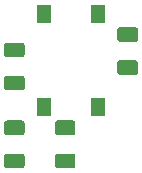
<source format=gbr>
G04 #@! TF.GenerationSoftware,KiCad,Pcbnew,(5.0.1)-4*
G04 #@! TF.CreationDate,2019-02-22T14:36:10+08:00*
G04 #@! TF.ProjectId,Xiaomi2Ali-Smart-Plug-WIFI-Module,5869616F6D6932416C692D536D617274,rev?*
G04 #@! TF.SameCoordinates,Original*
G04 #@! TF.FileFunction,Paste,Top*
G04 #@! TF.FilePolarity,Positive*
%FSLAX46Y46*%
G04 Gerber Fmt 4.6, Leading zero omitted, Abs format (unit mm)*
G04 Created by KiCad (PCBNEW (5.0.1)-4) date 2019/2/22 14:36:10*
%MOMM*%
%LPD*%
G01*
G04 APERTURE LIST*
%ADD10R,1.300000X1.550000*%
%ADD11C,0.100000*%
%ADD12C,1.250000*%
G04 APERTURE END LIST*
D10*
G04 #@! TO.C,SW1*
X136250000Y-80375000D03*
X136250000Y-72425000D03*
X140750000Y-80375000D03*
X140750000Y-72425000D03*
G04 #@! TD*
D11*
G04 #@! TO.C,D1*
G36*
X143949504Y-76376204D02*
X143973773Y-76379804D01*
X143997571Y-76385765D01*
X144020671Y-76394030D01*
X144042849Y-76404520D01*
X144063893Y-76417133D01*
X144083598Y-76431747D01*
X144101777Y-76448223D01*
X144118253Y-76466402D01*
X144132867Y-76486107D01*
X144145480Y-76507151D01*
X144155970Y-76529329D01*
X144164235Y-76552429D01*
X144170196Y-76576227D01*
X144173796Y-76600496D01*
X144175000Y-76625000D01*
X144175000Y-77375000D01*
X144173796Y-77399504D01*
X144170196Y-77423773D01*
X144164235Y-77447571D01*
X144155970Y-77470671D01*
X144145480Y-77492849D01*
X144132867Y-77513893D01*
X144118253Y-77533598D01*
X144101777Y-77551777D01*
X144083598Y-77568253D01*
X144063893Y-77582867D01*
X144042849Y-77595480D01*
X144020671Y-77605970D01*
X143997571Y-77614235D01*
X143973773Y-77620196D01*
X143949504Y-77623796D01*
X143925000Y-77625000D01*
X142675000Y-77625000D01*
X142650496Y-77623796D01*
X142626227Y-77620196D01*
X142602429Y-77614235D01*
X142579329Y-77605970D01*
X142557151Y-77595480D01*
X142536107Y-77582867D01*
X142516402Y-77568253D01*
X142498223Y-77551777D01*
X142481747Y-77533598D01*
X142467133Y-77513893D01*
X142454520Y-77492849D01*
X142444030Y-77470671D01*
X142435765Y-77447571D01*
X142429804Y-77423773D01*
X142426204Y-77399504D01*
X142425000Y-77375000D01*
X142425000Y-76625000D01*
X142426204Y-76600496D01*
X142429804Y-76576227D01*
X142435765Y-76552429D01*
X142444030Y-76529329D01*
X142454520Y-76507151D01*
X142467133Y-76486107D01*
X142481747Y-76466402D01*
X142498223Y-76448223D01*
X142516402Y-76431747D01*
X142536107Y-76417133D01*
X142557151Y-76404520D01*
X142579329Y-76394030D01*
X142602429Y-76385765D01*
X142626227Y-76379804D01*
X142650496Y-76376204D01*
X142675000Y-76375000D01*
X143925000Y-76375000D01*
X143949504Y-76376204D01*
X143949504Y-76376204D01*
G37*
D12*
X143300000Y-77000000D03*
D11*
G36*
X143949504Y-73576204D02*
X143973773Y-73579804D01*
X143997571Y-73585765D01*
X144020671Y-73594030D01*
X144042849Y-73604520D01*
X144063893Y-73617133D01*
X144083598Y-73631747D01*
X144101777Y-73648223D01*
X144118253Y-73666402D01*
X144132867Y-73686107D01*
X144145480Y-73707151D01*
X144155970Y-73729329D01*
X144164235Y-73752429D01*
X144170196Y-73776227D01*
X144173796Y-73800496D01*
X144175000Y-73825000D01*
X144175000Y-74575000D01*
X144173796Y-74599504D01*
X144170196Y-74623773D01*
X144164235Y-74647571D01*
X144155970Y-74670671D01*
X144145480Y-74692849D01*
X144132867Y-74713893D01*
X144118253Y-74733598D01*
X144101777Y-74751777D01*
X144083598Y-74768253D01*
X144063893Y-74782867D01*
X144042849Y-74795480D01*
X144020671Y-74805970D01*
X143997571Y-74814235D01*
X143973773Y-74820196D01*
X143949504Y-74823796D01*
X143925000Y-74825000D01*
X142675000Y-74825000D01*
X142650496Y-74823796D01*
X142626227Y-74820196D01*
X142602429Y-74814235D01*
X142579329Y-74805970D01*
X142557151Y-74795480D01*
X142536107Y-74782867D01*
X142516402Y-74768253D01*
X142498223Y-74751777D01*
X142481747Y-74733598D01*
X142467133Y-74713893D01*
X142454520Y-74692849D01*
X142444030Y-74670671D01*
X142435765Y-74647571D01*
X142429804Y-74623773D01*
X142426204Y-74599504D01*
X142425000Y-74575000D01*
X142425000Y-73825000D01*
X142426204Y-73800496D01*
X142429804Y-73776227D01*
X142435765Y-73752429D01*
X142444030Y-73729329D01*
X142454520Y-73707151D01*
X142467133Y-73686107D01*
X142481747Y-73666402D01*
X142498223Y-73648223D01*
X142516402Y-73631747D01*
X142536107Y-73617133D01*
X142557151Y-73604520D01*
X142579329Y-73594030D01*
X142602429Y-73585765D01*
X142626227Y-73579804D01*
X142650496Y-73576204D01*
X142675000Y-73575000D01*
X143925000Y-73575000D01*
X143949504Y-73576204D01*
X143949504Y-73576204D01*
G37*
D12*
X143300000Y-74200000D03*
G04 #@! TD*
D11*
G04 #@! TO.C,D2*
G36*
X134349504Y-74876204D02*
X134373773Y-74879804D01*
X134397571Y-74885765D01*
X134420671Y-74894030D01*
X134442849Y-74904520D01*
X134463893Y-74917133D01*
X134483598Y-74931747D01*
X134501777Y-74948223D01*
X134518253Y-74966402D01*
X134532867Y-74986107D01*
X134545480Y-75007151D01*
X134555970Y-75029329D01*
X134564235Y-75052429D01*
X134570196Y-75076227D01*
X134573796Y-75100496D01*
X134575000Y-75125000D01*
X134575000Y-75875000D01*
X134573796Y-75899504D01*
X134570196Y-75923773D01*
X134564235Y-75947571D01*
X134555970Y-75970671D01*
X134545480Y-75992849D01*
X134532867Y-76013893D01*
X134518253Y-76033598D01*
X134501777Y-76051777D01*
X134483598Y-76068253D01*
X134463893Y-76082867D01*
X134442849Y-76095480D01*
X134420671Y-76105970D01*
X134397571Y-76114235D01*
X134373773Y-76120196D01*
X134349504Y-76123796D01*
X134325000Y-76125000D01*
X133075000Y-76125000D01*
X133050496Y-76123796D01*
X133026227Y-76120196D01*
X133002429Y-76114235D01*
X132979329Y-76105970D01*
X132957151Y-76095480D01*
X132936107Y-76082867D01*
X132916402Y-76068253D01*
X132898223Y-76051777D01*
X132881747Y-76033598D01*
X132867133Y-76013893D01*
X132854520Y-75992849D01*
X132844030Y-75970671D01*
X132835765Y-75947571D01*
X132829804Y-75923773D01*
X132826204Y-75899504D01*
X132825000Y-75875000D01*
X132825000Y-75125000D01*
X132826204Y-75100496D01*
X132829804Y-75076227D01*
X132835765Y-75052429D01*
X132844030Y-75029329D01*
X132854520Y-75007151D01*
X132867133Y-74986107D01*
X132881747Y-74966402D01*
X132898223Y-74948223D01*
X132916402Y-74931747D01*
X132936107Y-74917133D01*
X132957151Y-74904520D01*
X132979329Y-74894030D01*
X133002429Y-74885765D01*
X133026227Y-74879804D01*
X133050496Y-74876204D01*
X133075000Y-74875000D01*
X134325000Y-74875000D01*
X134349504Y-74876204D01*
X134349504Y-74876204D01*
G37*
D12*
X133700000Y-75500000D03*
D11*
G36*
X134349504Y-77676204D02*
X134373773Y-77679804D01*
X134397571Y-77685765D01*
X134420671Y-77694030D01*
X134442849Y-77704520D01*
X134463893Y-77717133D01*
X134483598Y-77731747D01*
X134501777Y-77748223D01*
X134518253Y-77766402D01*
X134532867Y-77786107D01*
X134545480Y-77807151D01*
X134555970Y-77829329D01*
X134564235Y-77852429D01*
X134570196Y-77876227D01*
X134573796Y-77900496D01*
X134575000Y-77925000D01*
X134575000Y-78675000D01*
X134573796Y-78699504D01*
X134570196Y-78723773D01*
X134564235Y-78747571D01*
X134555970Y-78770671D01*
X134545480Y-78792849D01*
X134532867Y-78813893D01*
X134518253Y-78833598D01*
X134501777Y-78851777D01*
X134483598Y-78868253D01*
X134463893Y-78882867D01*
X134442849Y-78895480D01*
X134420671Y-78905970D01*
X134397571Y-78914235D01*
X134373773Y-78920196D01*
X134349504Y-78923796D01*
X134325000Y-78925000D01*
X133075000Y-78925000D01*
X133050496Y-78923796D01*
X133026227Y-78920196D01*
X133002429Y-78914235D01*
X132979329Y-78905970D01*
X132957151Y-78895480D01*
X132936107Y-78882867D01*
X132916402Y-78868253D01*
X132898223Y-78851777D01*
X132881747Y-78833598D01*
X132867133Y-78813893D01*
X132854520Y-78792849D01*
X132844030Y-78770671D01*
X132835765Y-78747571D01*
X132829804Y-78723773D01*
X132826204Y-78699504D01*
X132825000Y-78675000D01*
X132825000Y-77925000D01*
X132826204Y-77900496D01*
X132829804Y-77876227D01*
X132835765Y-77852429D01*
X132844030Y-77829329D01*
X132854520Y-77807151D01*
X132867133Y-77786107D01*
X132881747Y-77766402D01*
X132898223Y-77748223D01*
X132916402Y-77731747D01*
X132936107Y-77717133D01*
X132957151Y-77704520D01*
X132979329Y-77694030D01*
X133002429Y-77685765D01*
X133026227Y-77679804D01*
X133050496Y-77676204D01*
X133075000Y-77675000D01*
X134325000Y-77675000D01*
X134349504Y-77676204D01*
X134349504Y-77676204D01*
G37*
D12*
X133700000Y-78300000D03*
G04 #@! TD*
D11*
G04 #@! TO.C,R1*
G36*
X138649504Y-84276204D02*
X138673773Y-84279804D01*
X138697571Y-84285765D01*
X138720671Y-84294030D01*
X138742849Y-84304520D01*
X138763893Y-84317133D01*
X138783598Y-84331747D01*
X138801777Y-84348223D01*
X138818253Y-84366402D01*
X138832867Y-84386107D01*
X138845480Y-84407151D01*
X138855970Y-84429329D01*
X138864235Y-84452429D01*
X138870196Y-84476227D01*
X138873796Y-84500496D01*
X138875000Y-84525000D01*
X138875000Y-85275000D01*
X138873796Y-85299504D01*
X138870196Y-85323773D01*
X138864235Y-85347571D01*
X138855970Y-85370671D01*
X138845480Y-85392849D01*
X138832867Y-85413893D01*
X138818253Y-85433598D01*
X138801777Y-85451777D01*
X138783598Y-85468253D01*
X138763893Y-85482867D01*
X138742849Y-85495480D01*
X138720671Y-85505970D01*
X138697571Y-85514235D01*
X138673773Y-85520196D01*
X138649504Y-85523796D01*
X138625000Y-85525000D01*
X137375000Y-85525000D01*
X137350496Y-85523796D01*
X137326227Y-85520196D01*
X137302429Y-85514235D01*
X137279329Y-85505970D01*
X137257151Y-85495480D01*
X137236107Y-85482867D01*
X137216402Y-85468253D01*
X137198223Y-85451777D01*
X137181747Y-85433598D01*
X137167133Y-85413893D01*
X137154520Y-85392849D01*
X137144030Y-85370671D01*
X137135765Y-85347571D01*
X137129804Y-85323773D01*
X137126204Y-85299504D01*
X137125000Y-85275000D01*
X137125000Y-84525000D01*
X137126204Y-84500496D01*
X137129804Y-84476227D01*
X137135765Y-84452429D01*
X137144030Y-84429329D01*
X137154520Y-84407151D01*
X137167133Y-84386107D01*
X137181747Y-84366402D01*
X137198223Y-84348223D01*
X137216402Y-84331747D01*
X137236107Y-84317133D01*
X137257151Y-84304520D01*
X137279329Y-84294030D01*
X137302429Y-84285765D01*
X137326227Y-84279804D01*
X137350496Y-84276204D01*
X137375000Y-84275000D01*
X138625000Y-84275000D01*
X138649504Y-84276204D01*
X138649504Y-84276204D01*
G37*
D12*
X138000000Y-84900000D03*
D11*
G36*
X138649504Y-81476204D02*
X138673773Y-81479804D01*
X138697571Y-81485765D01*
X138720671Y-81494030D01*
X138742849Y-81504520D01*
X138763893Y-81517133D01*
X138783598Y-81531747D01*
X138801777Y-81548223D01*
X138818253Y-81566402D01*
X138832867Y-81586107D01*
X138845480Y-81607151D01*
X138855970Y-81629329D01*
X138864235Y-81652429D01*
X138870196Y-81676227D01*
X138873796Y-81700496D01*
X138875000Y-81725000D01*
X138875000Y-82475000D01*
X138873796Y-82499504D01*
X138870196Y-82523773D01*
X138864235Y-82547571D01*
X138855970Y-82570671D01*
X138845480Y-82592849D01*
X138832867Y-82613893D01*
X138818253Y-82633598D01*
X138801777Y-82651777D01*
X138783598Y-82668253D01*
X138763893Y-82682867D01*
X138742849Y-82695480D01*
X138720671Y-82705970D01*
X138697571Y-82714235D01*
X138673773Y-82720196D01*
X138649504Y-82723796D01*
X138625000Y-82725000D01*
X137375000Y-82725000D01*
X137350496Y-82723796D01*
X137326227Y-82720196D01*
X137302429Y-82714235D01*
X137279329Y-82705970D01*
X137257151Y-82695480D01*
X137236107Y-82682867D01*
X137216402Y-82668253D01*
X137198223Y-82651777D01*
X137181747Y-82633598D01*
X137167133Y-82613893D01*
X137154520Y-82592849D01*
X137144030Y-82570671D01*
X137135765Y-82547571D01*
X137129804Y-82523773D01*
X137126204Y-82499504D01*
X137125000Y-82475000D01*
X137125000Y-81725000D01*
X137126204Y-81700496D01*
X137129804Y-81676227D01*
X137135765Y-81652429D01*
X137144030Y-81629329D01*
X137154520Y-81607151D01*
X137167133Y-81586107D01*
X137181747Y-81566402D01*
X137198223Y-81548223D01*
X137216402Y-81531747D01*
X137236107Y-81517133D01*
X137257151Y-81504520D01*
X137279329Y-81494030D01*
X137302429Y-81485765D01*
X137326227Y-81479804D01*
X137350496Y-81476204D01*
X137375000Y-81475000D01*
X138625000Y-81475000D01*
X138649504Y-81476204D01*
X138649504Y-81476204D01*
G37*
D12*
X138000000Y-82100000D03*
G04 #@! TD*
D11*
G04 #@! TO.C,R2*
G36*
X134349504Y-81476204D02*
X134373773Y-81479804D01*
X134397571Y-81485765D01*
X134420671Y-81494030D01*
X134442849Y-81504520D01*
X134463893Y-81517133D01*
X134483598Y-81531747D01*
X134501777Y-81548223D01*
X134518253Y-81566402D01*
X134532867Y-81586107D01*
X134545480Y-81607151D01*
X134555970Y-81629329D01*
X134564235Y-81652429D01*
X134570196Y-81676227D01*
X134573796Y-81700496D01*
X134575000Y-81725000D01*
X134575000Y-82475000D01*
X134573796Y-82499504D01*
X134570196Y-82523773D01*
X134564235Y-82547571D01*
X134555970Y-82570671D01*
X134545480Y-82592849D01*
X134532867Y-82613893D01*
X134518253Y-82633598D01*
X134501777Y-82651777D01*
X134483598Y-82668253D01*
X134463893Y-82682867D01*
X134442849Y-82695480D01*
X134420671Y-82705970D01*
X134397571Y-82714235D01*
X134373773Y-82720196D01*
X134349504Y-82723796D01*
X134325000Y-82725000D01*
X133075000Y-82725000D01*
X133050496Y-82723796D01*
X133026227Y-82720196D01*
X133002429Y-82714235D01*
X132979329Y-82705970D01*
X132957151Y-82695480D01*
X132936107Y-82682867D01*
X132916402Y-82668253D01*
X132898223Y-82651777D01*
X132881747Y-82633598D01*
X132867133Y-82613893D01*
X132854520Y-82592849D01*
X132844030Y-82570671D01*
X132835765Y-82547571D01*
X132829804Y-82523773D01*
X132826204Y-82499504D01*
X132825000Y-82475000D01*
X132825000Y-81725000D01*
X132826204Y-81700496D01*
X132829804Y-81676227D01*
X132835765Y-81652429D01*
X132844030Y-81629329D01*
X132854520Y-81607151D01*
X132867133Y-81586107D01*
X132881747Y-81566402D01*
X132898223Y-81548223D01*
X132916402Y-81531747D01*
X132936107Y-81517133D01*
X132957151Y-81504520D01*
X132979329Y-81494030D01*
X133002429Y-81485765D01*
X133026227Y-81479804D01*
X133050496Y-81476204D01*
X133075000Y-81475000D01*
X134325000Y-81475000D01*
X134349504Y-81476204D01*
X134349504Y-81476204D01*
G37*
D12*
X133700000Y-82100000D03*
D11*
G36*
X134349504Y-84276204D02*
X134373773Y-84279804D01*
X134397571Y-84285765D01*
X134420671Y-84294030D01*
X134442849Y-84304520D01*
X134463893Y-84317133D01*
X134483598Y-84331747D01*
X134501777Y-84348223D01*
X134518253Y-84366402D01*
X134532867Y-84386107D01*
X134545480Y-84407151D01*
X134555970Y-84429329D01*
X134564235Y-84452429D01*
X134570196Y-84476227D01*
X134573796Y-84500496D01*
X134575000Y-84525000D01*
X134575000Y-85275000D01*
X134573796Y-85299504D01*
X134570196Y-85323773D01*
X134564235Y-85347571D01*
X134555970Y-85370671D01*
X134545480Y-85392849D01*
X134532867Y-85413893D01*
X134518253Y-85433598D01*
X134501777Y-85451777D01*
X134483598Y-85468253D01*
X134463893Y-85482867D01*
X134442849Y-85495480D01*
X134420671Y-85505970D01*
X134397571Y-85514235D01*
X134373773Y-85520196D01*
X134349504Y-85523796D01*
X134325000Y-85525000D01*
X133075000Y-85525000D01*
X133050496Y-85523796D01*
X133026227Y-85520196D01*
X133002429Y-85514235D01*
X132979329Y-85505970D01*
X132957151Y-85495480D01*
X132936107Y-85482867D01*
X132916402Y-85468253D01*
X132898223Y-85451777D01*
X132881747Y-85433598D01*
X132867133Y-85413893D01*
X132854520Y-85392849D01*
X132844030Y-85370671D01*
X132835765Y-85347571D01*
X132829804Y-85323773D01*
X132826204Y-85299504D01*
X132825000Y-85275000D01*
X132825000Y-84525000D01*
X132826204Y-84500496D01*
X132829804Y-84476227D01*
X132835765Y-84452429D01*
X132844030Y-84429329D01*
X132854520Y-84407151D01*
X132867133Y-84386107D01*
X132881747Y-84366402D01*
X132898223Y-84348223D01*
X132916402Y-84331747D01*
X132936107Y-84317133D01*
X132957151Y-84304520D01*
X132979329Y-84294030D01*
X133002429Y-84285765D01*
X133026227Y-84279804D01*
X133050496Y-84276204D01*
X133075000Y-84275000D01*
X134325000Y-84275000D01*
X134349504Y-84276204D01*
X134349504Y-84276204D01*
G37*
D12*
X133700000Y-84900000D03*
G04 #@! TD*
M02*

</source>
